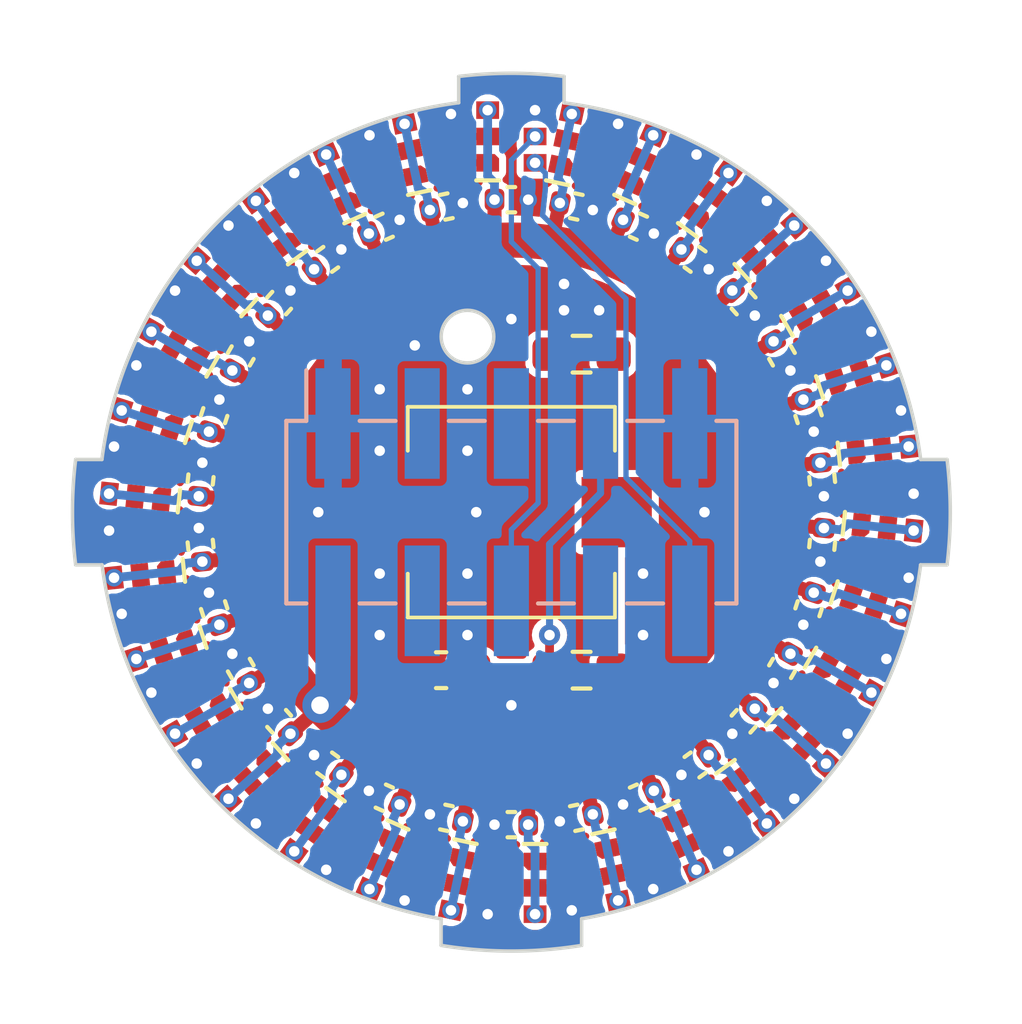
<source format=kicad_pcb>
(kicad_pcb (version 20221018) (generator pcbnew)
  (layers (0 "F.Cu" signal) (31 "B.Cu" signal) (34 "B.Paste" user) (35 "F.Paste" user) (36 "B.SilkS" user "B.Silkscreen") (37 "F.SilkS" user "F.Silkscreen") (38 "B.Mask" user) (39 "F.Mask" user) (44 "Edge.Cuts" user))
  (net 0 "")
  (net 1 "+5V")
  (net 2 "GND")
  (net 3 "Net-(D1-CKO)")
  (net 4 "Net-(D1-SDO)")
  (net 5 "Net-(D2-CKO)")
  (net 6 "Net-(D2-SDO)")
  (net 7 "Net-(D3-CKO)")
  (net 8 "Net-(D3-SDO)")
  (net 9 "Net-(D4-CKO)")
  (net 10 "Net-(D4-SDO)")
  (net 11 "Net-(D5-CKO)")
  (net 12 "Net-(D5-SDO)")
  (net 13 "Net-(D6-CKO)")
  (net 14 "Net-(D6-SDO)")
  (net 15 "Net-(D7-CKO)")
  (net 16 "Net-(D7-SDO)")
  (net 17 "Net-(D8-CKO)")
  (net 18 "Net-(D8-SDO)")
  (net 19 "Net-(D10-CKI)")
  (net 20 "Net-(D10-SDI)")
  (net 21 "Net-(D10-CKO)")
  (net 22 "Net-(D10-SDO)")
  (net 23 "Net-(D11-CKO)")
  (net 24 "Net-(D11-SDO)")
  (net 25 "Net-(D12-CKO)")
  (net 26 "Net-(D12-SDO)")
  (net 27 "Net-(D13-CKO)")
  (net 28 "Net-(D13-SDO)")
  (net 29 "Net-(D14-CKO)")
  (net 30 "Net-(D14-SDO)")
  (net 31 "Net-(D15-CKO)")
  (net 32 "Net-(D15-SDO)")
  (net 33 "Net-(D16-CKO)")
  (net 34 "Net-(D16-SDO)")
  (net 35 "Net-(D17-CKO)")
  (net 36 "Net-(D17-SDO)")
  (net 37 "/PB")
  (net 38 "/MOSI")
  (net 39 "/SCK")
  (net 40 "/SDA0")
  (net 41 "/SS")
  (net 42 "/SCL0")
  (net 43 "/MISO")
  (net 44 "Net-(R1-Pad2)")
  (net 45 "Net-(D18-CKO)")
  (net 46 "Net-(D18-SDO)")
  (net 47 "Net-(D19-CKO)")
  (net 48 "Net-(D19-SDO)")
  (net 49 "Net-(D20-CKO)")
  (net 50 "Net-(D20-SDO)")
  (net 51 "Net-(D21-CKO)")
  (net 52 "Net-(D21-SDO)")
  (net 53 "Net-(D22-CKO)")
  (net 54 "Net-(D22-SDO)")
  (net 55 "Net-(D23-CKO)")
  (net 56 "Net-(D23-SDO)")
  (net 57 "Net-(D24-CKO)")
  (net 58 "Net-(D24-SDO)")
  (net 59 "Net-(D25-CKO)")
  (net 60 "Net-(D25-SDO)")
  (net 61 "Net-(D26-CKO)")
  (net 62 "Net-(D26-SDO)")
  (net 63 "Net-(D27-CKO)")
  (net 64 "Net-(D27-SDO)")
  (net 65 "Net-(D28-CKO)")
  (net 66 "Net-(D28-SDO)")
  (net 67 "Net-(D29-CKO)")
  (net 68 "Net-(D29-SDO)")
  (footprint "Capacitor_SMD:C_0402_1005Metric" (layer "F.Cu") (at -1.850414 -8.705514 12)
    (fp_text reference "C2" hide)
    (fp_text value "100n")
  )
  (footprint "Capacitor_SMD:C_0402_1005Metric" (layer "F.Cu") (at 3.619956 8.130555 -156)
    (fp_text reference "C18" hide)
    (fp_text value "100n")
  )
  (footprint "project_lib:LED-HD107S-2020" (layer "F.Cu") (at 10.641384 -1.118455 -84)
    (fp_text reference "D24" hide)
    (fp_text value "APA102-2020")
  )
  (footprint "Capacitor_SMD:C_0402_1005Metric" (layer "F.Cu") (at 1.850414 8.705514 -168)
    (fp_text reference "C17" hide)
    (fp_text value "100n")
  )
  (footprint "project_lib:LED-HD107S-2020" (layer "F.Cu") (at 0 10.7 180)
    (fp_text reference "D16" hide)
    (fp_text value "APA102-2020")
  )
  (footprint "Capacitor_SMD:C_0402_1005Metric" (layer "F.Cu") (at -7.707626 -4.45 60)
    (fp_text reference "C6" hide)
    (fp_text value "100n")
  )
  (footprint "Capacitor_SMD:C_0402_1005Metric" (layer "F.Cu") (at -7.707626 4.45 120)
    (fp_text reference "C11" hide)
    (fp_text value "100n")
  )
  (footprint "Capacitor_SMD:C_0402_1005Metric" (layer "F.Cu") (at -8.464403 2.750251 108)
    (fp_text reference "C10" hide)
    (fp_text value "100n")
  )
  (footprint "project_lib:LED-HD107S-2020" (layer "F.Cu") (at -7.95165 -7.159697 48)
    (fp_text reference "D5" hide)
    (fp_text value "APA102-2020")
  )
  (footprint "Capacitor_SMD:C_0402_1005Metric" (layer "F.Cu") (at 5.231289 -7.200251 -36)
    (fp_text reference "C28" hide)
    (fp_text value "100n")
  )
  (footprint "Capacitor_SMD:C_0402_1005Metric" (layer "F.Cu") (at -5.231289 7.200251 144)
    (fp_text reference "C13" hide)
    (fp_text value "100n")
  )
  (footprint "project_lib:LED-HD107S-2020" (layer "F.Cu") (at -9.266472 5.35 120)
    (fp_text reference "D11" hide)
    (fp_text value "APA102-2020")
  )
  (footprint "project_lib:LED-HD107S-2020" (layer "F.Cu") (at 4.352082 -9.774936 -24)
    (fp_text reference "D29" hide)
    (fp_text value "APA102-2020")
  )
  (footprint "Capacitor_SMD:C_0402_1005Metric" (layer "F.Cu") (at -8.851245 0.930303 96)
    (fp_text reference "C9" hide)
    (fp_text value "100n")
  )
  (footprint "project_lib:LED-HD107S-2020" (layer "F.Cu") (at 7.95165 -7.159697 -48)
    (fp_text reference "D27" hide)
    (fp_text value "APA102-2020")
  )
  (footprint "project_lib:LED-HD107S-2020" (layer "F.Cu") (at -2.224655 -10.466179 12)
    (fp_text reference "D2" hide)
    (fp_text value "APA102-2020")
  )
  (footprint "Resistor_SMD:R_0603_1608Metric_Pad0.98x0.95mm_HandSolder" (layer "F.Cu") (at 2 -4.5)
    (fp_text reference "R1" hide)
    (fp_text value "R")
  )
  (footprint "project_lib:LED-HD107S-2020" (layer "F.Cu") (at -4.352082 9.774936 156)
    (fp_text reference "D14" hide)
    (fp_text value "APA102-2020")
  )
  (footprint "project_lib:LED-HD107S-2020" (layer "F.Cu") (at -9.266472 -5.35 60)
    (fp_text reference "D6" hide)
    (fp_text value "APA102-2020")
  )
  (footprint "Capacitor_SMD:C_0402_1005Metric" (layer "F.Cu") (at 0 8.9 180)
    (fp_text reference "C16" hide)
    (fp_text value "100n")
  )
  (footprint "project_lib:LED-HD107S-2020" (layer "F.Cu") (at -2.224655 10.466179 168)
    (fp_text reference "D15" hide)
    (fp_text value "APA102-2020")
  )
  (footprint "Capacitor_SMD:C_0402_1005Metric" (layer "F.Cu") (at 5.231289 7.200251 -144)
    (fp_text reference "C19" hide)
    (fp_text value "100n")
  )
  (footprint "Capacitor_SMD:C_0402_1005Metric" (layer "F.Cu") (at -8.851245 -0.930303 84)
    (fp_text reference "C8" hide)
    (fp_text value "100n")
  )
  (footprint "Capacitor_SMD:C_0402_1005Metric" (layer "F.Cu") (at 8.851245 -0.930303 -84)
    (fp_text reference "C24" hide)
    (fp_text value "100n")
  )
  (footprint "Capacitor_SMD:C_0603_1608Metric_Pad1.08x0.95mm_HandSolder" (layer "F.Cu") (at -2 4.5 180)
    (fp_text reference "C31" hide)
    (fp_text value "C")
  )
  (footprint "Capacitor_SMD:C_0402_1005Metric" (layer "F.Cu") (at -1.850414 8.705514 168)
    (fp_text reference "C15" hide)
    (fp_text value "100n")
  )
  (footprint "project_lib:LED-HD107S-2020" (layer "F.Cu") (at 6.289302 8.656482 -144)
    (fp_text reference "D19" hide)
    (fp_text value "APA102-2020")
  )
  (footprint "project_lib:LED-HD107S-2020" (layer "F.Cu") (at -10.641384 -1.118455 84)
    (fp_text reference "D8" hide)
    (fp_text value "APA102-2020")
  )
  (footprint "Capacitor_SMD:C_0402_1005Metric" (layer "F.Cu") (at 3.619956 -8.130555 -24)
    (fp_text reference "C29" hide)
    (fp_text value "100n")
  )
  (footprint "project_lib:LED-HD107S-2020" (layer "F.Cu") (at 6.289302 -8.656482 -36)
    (fp_text reference "D28" hide)
    (fp_text value "APA102-2020")
  )
  (footprint "project_lib:LED-HD107S-2020" (layer "F.Cu") (at 10.176305 3.306482 -108)
    (fp_text reference "D22" hide)
    (fp_text value "APA102-2020")
  )
  (footprint "Capacitor_SMD:C_0402_1005Metric" (layer "F.Cu") (at -8.464403 -2.750251 72)
    (fp_text reference "C7" hide)
    (fp_text value "100n")
  )
  (footprint "project_lib:LED-HD107S-2020" (layer "F.Cu") (at 2.224655 -10.466179 -12)
    (fp_text reference "D30" hide)
    (fp_text value "APA102-2020")
  )
  (footprint "project_lib:LED-HD107S-2020" (layer "F.Cu") (at -7.95165 7.159697 132)
    (fp_text reference "D12" hide)
    (fp_text value "APA102-2020")
  )
  (footprint "project_lib:LED-HD107S-2020" (layer "F.Cu") (at -10.176305 -3.306482 72)
    (fp_text reference "D7" hide)
    (fp_text value "APA102-2020")
  )
  (footprint "Resistor_SMD:R_0603_1608Metric_Pad0.98x0.95mm_HandSolder" (layer "F.Cu") (at 2 4.5 180)
    (fp_text reference "R2" hide)
    (fp_text value "R")
  )
  (footprint "project_lib:SKPSACE010" (layer "F.Cu") (at 0 0)
    (fp_text reference "SW1" hide)
    (fp_text value "SW_Push" hide)
  )
  (footprint "project_lib:LED-HD107S-2020" (layer "F.Cu") (at 4.352082 9.774936 -156)
    (fp_text reference "D18" hide)
    (fp_text value "APA102-2020")
  )
  (footprint "project_lib:LED-HD107S-2020" (layer "F.Cu") (at 10.176305 -3.306482 -72)
    (fp_text reference "D25" hide)
    (fp_text value "APA102-2020")
  )
  (footprint "Capacitor_SMD:C_0402_1005Metric" (layer "F.Cu") (at -6.613989 -5.955262 48)
    (fp_text reference "C5" hide)
    (fp_text value "100n")
  )
  (footprint "project_lib:LED-HD107S-2020" (layer "F.Cu") (at -10.641384 1.118455 96)
    (fp_text reference "D9" hide)
    (fp_text value "APA102-2020")
  )
  (footprint "Capacitor_SMD:C_0402_1005Metric" (layer "F.Cu") (at 7.707626 -4.45 -60)
    (fp_text reference "C26" hide)
    (fp_text value "100n")
  )
  (footprint "Capacitor_SMD:C_0402_1005Metric" (layer "F.Cu") (at -3.619956 -8.130555 24)
    (fp_text reference "C3" hide)
    (fp_text value "100n")
  )
  (footprint "Capacitor_SMD:C_0402_1005Metric" (layer "F.Cu") (at 8.464403 2.750251 -108)
    (fp_text reference "C22" hide)
    (fp_text value "100n")
  )
  (footprint "project_lib:LED-HD107S-2020" (layer "F.Cu") (at 9.266472 -5.35 -60)
    (fp_text reference "D26" hide)
    (fp_text value "APA102-2020")
  )
  (footprint "Capacitor_SMD:C_0402_1005Metric" (layer "F.Cu") (at -3.619956 8.130555 156)
    (fp_text reference "C14" hide)
    (fp_text value "100n")
  )
  (footprint "Capacitor_SMD:C_0402_1005Metric" (layer "F.Cu") (at 6.613989 -5.955262 -48)
    (fp_text reference "C27" hide)
    (fp_text value "100n")
  )
  (footprint "Capacitor_SMD:C_0402_1005Metric" (layer "F.Cu") (at 0 -8.9)
    (fp_text reference "C1" hide)
    (fp_text value "100n")
  )
  (footprint "Capacitor_SMD:C_0402_1005Metric" (layer "F.Cu") (at -5.231289 -7.200251 36)
    (fp_text reference "C4" hide)
    (fp_text value "100n")
  )
  (footprint "Capacitor_SMD:C_0402_1005Metric" (layer "F.Cu") (at 8.851245 0.930303 -96)
    (fp_text reference "C23" hide)
    (fp_text value "100n")
  )
  (footprint "project_lib:LED-HD107S-2020" (layer "F.Cu") (at 2.224655 10.466179 -168)
    (fp_text reference "D17" hide)
    (fp_text value "APA102-2020")
  )
  (footprint "project_lib:LED-HD107S-2020" (layer "F.Cu") (at -6.289302 -8.656482 36)
    (fp_text reference "D4" hide)
    (fp_text value "APA102-2020")
  )
  (footprint "project_lib:LED-HD107S-2020" (layer "F.Cu") (at 10.641384 1.118455 -96)
    (fp_text reference "D23" hide)
    (fp_text value "APA102-2020")
  )
  (footprint "project_lib:LED-HD107S-2020" (layer "F.Cu") (at 7.95165 7.159697 -132)
    (fp_text reference "D20" hide)
    (fp_text value "APA102-2020")
  )
  (footprint "project_lib:LED-HD107S-2020" (layer "F.Cu") (at 0 -10.7)
    (fp_text reference "D1" hide)
    (fp_text value "APA102-2020")
  )
  (footprint "project_lib:LED-HD107S-2020" (layer "F.Cu") (at -4.352082 -9.774936 24)
    (fp_text reference "D3" hide)
    (fp_text value "APA102-2020")
  )
  (footprint "Capacitor_SMD:C_0402_1005Metric" (layer "F.Cu") (at -6.613989 5.955262 132)
    (fp_text reference "C12" hide)
    (fp_text value "100n")
  )
  (footprint "project_lib:LED-HD107S-2020" (layer "F.Cu") (at -6.289302 8.656482 144)
    (fp_text reference "D13" hide)
    (fp_text value "APA102-2020")
  )
  (footprint "project_lib:LED-HD107S-2020" (layer "F.Cu") (at -10.176305 3.306482 108)
    (fp_text reference "D10" hide)
    (fp_text value "APA102-2020")
  )
  (footprint "project_lib:LED-HD107S-2020" (layer "F.Cu") (at 9.266472 5.35 -120)
    (fp_text reference "D21" hide)
    (fp_text value "APA102-2020")
  )
  (footprint "Capacitor_SMD:C_0402_1005Metric" (layer "F.Cu") (at 7.707626 4.45 -120)
    (fp_text reference "C21" hide)
    (fp_text value "100n")
  )
  (footprint "Capacitor_SMD:C_0402_1005Metric" (layer "F.Cu") (at 6.613989 5.955262 -132)
    (fp_text reference "C20" hide)
    (fp_text value "100n")
  )
  (footprint "Capacitor_SMD:C_0402_1005Metric" (layer "F.Cu") (at 8.464403 -2.750251 -72)
    (fp_text reference "C25" hide)
    (fp_text value "100n")
  )
  (footprint "Capacitor_SMD:C_0402_1005Metric" (layer "F.Cu") (at 1.850414 -8.705514 -12)
    (fp_text reference "C30" hide)
    (fp_text value "100n")
  )
  (footprint "Connector_PinHeader_2.54mm:PinHeader_2x05_P2.54mm_Vertical_SMD" (layer "B.Cu") (at 0 0 -90)
    (fp_text reference "J1" hide)
    (fp_text value "Conn_02x05_Odd_Even")
  )
  (gr_arc (start 9.772319 -2.123754) (mid 9.783904 -2.07964) (end 9.790965 -2.03458) (stroke (width 0.2)) (layer "F.Cu"))
  (gr_line (start 1.380903 -8.805311) (end 1.141805 -7.680441) (stroke (width 0.4)) (layer "F.Cu"))
  (gr_arc (start 4.960701 -8.683318) (mid 5.001236 -8.662409) (end 5.039446 -8.637505) (stroke (width 0.2)) (layer "F.Cu"))
  (gr_line (start 8.612731 2.293744) (end 7.519016 1.938374) (stroke (width 0.4)) (layer "F.Cu"))
  (gr_arc (start 5.480467 9.244519) (mid 5.37625 9.311922) (end 5.265628 9.3682) (stroke (width 0.2)) (layer "F.Cu"))
  (gr_line (start 8.801071 -1.407674) (end 7.657371 -1.287466) (stroke (width 0.4)) (layer "F.Cu"))
  (gr_line (start -7.947626 -4.034308) (end -6.951697 -3.459308) (stroke (width 0.4)) (layer "F.Cu"))
  (gr_arc (start 8.76674 6.216182) (mid 8.698948 6.320147) (end 8.62078 6.416553) (stroke (width 0.2)) (layer "F.Cu"))
  (gr_line (start 8.901419 0.452933) (end 7.757719 0.332725) (stroke (width 0.4)) (layer "F.Cu"))
  (gr_line (start -6.935172 -5.598553) (end -6.080555 -4.829053) (stroke (width 0.4)) (layer "F.Cu"))
  (gr_arc (start 7.098502 -8.068948) (mid 7.194811 -7.99066) (end 7.282519 -7.902843) (stroke (width 0.2)) (layer "F.Cu"))
  (gr_arc (start -8.621011 6.416759) (mid -8.698939 6.320158) (end -8.766471 6.216025) (stroke (width 0.2)) (layer "F.Cu"))
  (gr_line (start 6.292806 -6.311972) (end 5.438189 -5.542472) (stroke (width 0.4)) (layer "F.Cu"))
  (gr_arc (start -7.098502 8.068948) (mid -7.194811 7.99066) (end -7.282519 7.902843) (stroke (width 0.2)) (layer "F.Cu"))
  (gr_arc (start -6.725385 -7.401199) (mid -6.692973 -7.433289) (end -6.65748 -7.461934) (stroke (width 0.2)) (layer "F.Cu"))
  (gr_arc (start 6.725385 7.401199) (mid 6.692973 7.433289) (end 6.65748 7.461934) (stroke (width 0.2)) (layer "F.Cu"))
  (gr_line (start -4.058458 -7.935321) (end -3.590711 -6.884744) (stroke (width 0.4)) (layer "F.Cu"))
  (gr_arc (start -3.438662 -10.181958) (mid -3.322708 -10.22622) (end -3.202803 -10.258268) (stroke (width 0.2)) (layer "F.Cu"))
  (gr_arc (start -7.282749 -7.903051) (mid -7.194823 -7.990649) (end -7.098319 -8.068696) (stroke (width 0.2)) (layer "F.Cu"))
  (gr_arc (start 8.063648 -5.914906) (mid 8.092174 -5.879318) (end 8.116952 -5.841025) (stroke (width 0.2)) (layer "F.Cu"))
  (gr_arc (start 5.265755 -9.368483) (mid 5.376236 -9.31193) (end 5.480285 -9.244267) (stroke (width 0.2)) (layer "F.Cu"))
  (gr_line (start -8.901419 -0.452933) (end -7.757719 -0.332725) (stroke (width 0.4)) (layer "F.Cu"))
  (gr_arc (start -5.265755 9.368483) (mid -5.376236 9.31193) (end -5.480285 9.244267) (stroke (width 0.2)) (layer "F.Cu"))
  (gr_line (start 7.467626 -4.865692) (end 6.471697 -4.290692) (stroke (width 0.4)) (layer "F.Cu"))
  (gr_line (start -6.292806 6.311972) (end -5.438189 5.542472) (stroke (width 0.4)) (layer "F.Cu"))
  (gr_arc (start 10.000323 -0.045566) (mid 10.002483 -0.000007) (end 10.000021 0.045537) (stroke (width 0.2)) (layer "F.Cu"))
  (gr_arc (start -1.000001 9.950304) (mid -1.045536 9.94769) (end -1.090573 9.94048) (stroke (width 0.2)) (layer "F.Cu"))
  (gr_arc (start 1.246571 10.674395) (mid 1.123948 10.693582) (end 1 10.7) (stroke (width 0.2)) (layer "F.Cu"))
  (gr_arc (start 6.65766 -7.462179) (mid 6.692962 -7.4333) (end 6.72516 -7.400995) (stroke (width 0.2)) (layer "F.Cu"))
  (gr_line (start -8.801071 1.407674) (end -7.657371 1.287466) (stroke (width 0.4)) (layer "F.Cu"))
  (gr_arc (start -10.485618 2.35552) (mid -10.517517 2.235575) (end -10.536856 2.112976) (stroke (width 0.2)) (layer "F.Cu"))
  (gr_arc (start -9.791267 -2.034614) (mid -9.783908 -2.079627) (end -9.772029 -2.123663) (stroke (width 0.2)) (layer "F.Cu"))
  (gr_line (start -8.316075 3.206758) (end -7.22236 2.851388) (stroke (width 0.4)) (layer "F.Cu"))
  (gr_line (start 7.947626 4.034308) (end 6.951697 3.459308) (stroke (width 0.4)) (layer "F.Cu"))
  (gr_arc (start -3.133606 -9.496793) (mid -3.090945 -9.512926) (end -3.046869 -9.524657) (stroke (width 0.2)) (layer "F.Cu"))
  (gr_line (start -5.619617 -6.918114) (end -4.943664 -5.987744) (stroke (width 0.4)) (layer "F.Cu"))
  (gr_arc (start -1.246571 -10.674395) (mid -1.123948 -10.693582) (end -1 -10.7) (stroke (width 0.2)) (layer "F.Cu"))
  (gr_arc (start 5.039624 8.637751) (mid 5.001249 8.662401) (end 4.960575 8.68304) (stroke (width 0.2)) (layer "F.Cu"))
  (gr_arc (start 3.046934 -9.524953) (mid 3.090931 -9.512929) (end 3.133484 -9.496513) (stroke (width 0.2)) (layer "F.Cu"))
  (gr_line (start 8.316075 -3.206758) (end 7.22236 -2.851388) (stroke (width 0.4)) (layer "F.Cu"))
  (gr_line (start -8.612731 -2.293744) (end -7.519016 -1.938374) (stroke (width 0.4)) (layer "F.Cu"))
  (gr_line (start -7.467626 4.865692) (end -6.471697 4.290692) (stroke (width 0.4)) (layer "F.Cu"))
  (gr_circle (center 0 0) (end 7.75 0) (stroke (width 1)) (fill none) (layer "F.Cu"))
  (gr_arc (start -9.154283 -4.025872) (mid -9.137726 -4.068371) (end -9.116952 -4.108975) (stroke (width 0.2)) (layer "F.Cu"))
  (gr_line (start -0.48 -8.9) (end -0.48 -7.75) (stroke (width 0.4)) (layer "F.Cu"))
  (gr_line (start 0.48 8.9) (end 0.48 7.75) (stroke (width 0.4)) (layer "F.Cu"))
  (gr_arc (start 3.133606 9.496793) (mid 3.090945 9.512926) (end 3.046869 9.524657) (stroke (width 0.2)) (layer "F.Cu"))
  (gr_arc (start 9.154283 4.025872) (mid 9.137726 4.068371) (end 9.116952 4.108975) (stroke (width 0.2)) (layer "F.Cu"))
  (gr_arc (start -10.746221 0.123964) (mid -10.752485 0.000007) (end -10.745912 -0.123933) (stroke (width 0.2)) (layer "F.Cu"))
  (gr_arc (start 8.621011 -6.416759) (mid 8.698939 -6.320158) (end 8.766471 -6.216025) (stroke (width 0.2)) (layer "F.Cu"))
  (gr_arc (start -1.000001 10.700311) (mid -1.123933 10.693584) (end -1.246507 10.674091) (stroke (width 0.2)) (layer "F.Cu"))
  (gr_arc (start -9.867582 -4.257636) (mid -9.822887 -4.373424) (end -9.766471 -4.483975) (stroke (width 0.2)) (layer "F.Cu"))
  (gr_arc (start 9.791267 2.034614) (mid 9.783908 2.079627) (end 9.772029 2.123663) (stroke (width 0.2)) (layer "F.Cu"))
  (gr_arc (start -6.65766 7.462179) (mid -6.692962 7.4333) (end -6.72516 7.400995) (stroke (width 0.2)) (layer "F.Cu"))
  (gr_arc (start -4.960701 8.683318) (mid -5.001236 8.662409) (end -5.039446 8.637505) (stroke (width 0.2)) (layer "F.Cu"))
  (gr_arc (start 9.867582 4.257636) (mid 9.822887 4.373424) (end 9.766471 4.483975) (stroke (width 0.2)) (layer "F.Cu"))
  (gr_line (start -2.319925 -8.605716) (end -2.080827 -7.480846) (stroke (width 0.4)) (layer "F.Cu"))
  (gr_arc (start 10.485618 -2.35552) (mid 10.517517 -2.235575) (end 10.536856 -2.112976) (stroke (width 0.2)) (layer "F.Cu"))
  (gr_arc (start -9.766741 4.484129) (mid -9.822881 4.373437) (end -9.867288 4.257538) (stroke (width 0.2)) (layer "F.Cu"))
  (gr_line (start 2.319925 8.605716) (end 2.080827 7.480846) (stroke (width 0.4)) (layer "F.Cu"))
  (gr_arc (start -8.063648 5.914906) (mid -8.092174 5.879318) (end -8.116952 5.841025) (stroke (width 0.2)) (layer "F.Cu"))
  (gr_line (start -1.380903 8.805311) (end -1.141805 7.680441) (stroke (width 0.4)) (layer "F.Cu"))
  (gr_arc (start 7.282749 7.903051) (mid 7.194823 7.990649) (end 7.098319 8.068696) (stroke (width 0.2)) (layer "F.Cu"))
  (gr_arc (start -10.537165 -2.11301) (mid -10.51752 -2.23556) (end -10.485322 -2.355425) (stroke (width 0.2)) (layer "F.Cu"))
  (gr_arc (start 9.766741 -4.484129) (mid 9.822881 -4.373437) (end 9.867288 -4.257538) (stroke (width 0.2)) (layer "F.Cu"))
  (gr_line (start 5.619617 6.918114) (end 4.943664 5.987744) (stroke (width 0.4)) (layer "F.Cu"))
  (gr_line (start 4.058458 7.935321) (end 3.590711 6.884744) (stroke (width 0.4)) (layer "F.Cu"))
  (gr_line (start -4.842961 7.482388) (end -4.167008 6.552018) (stroke (width 0.4)) (layer "F.Cu"))
  (gr_arc (start -5.480467 -9.244519) (mid -5.37625 -9.311922) (end -5.265628 -9.3682) (stroke (width 0.2)) (layer "F.Cu"))
  (gr_arc (start 3.438662 10.181958) (mid 3.322708 10.22622) (end 3.202803 10.258268) (stroke (width 0.2)) (layer "F.Cu"))
  (gr_arc (start 10.537165 2.11301) (mid 10.51752 2.23556) (end 10.485322 2.355425) (stroke (width 0.2)) (layer "F.Cu"))
  (gr_arc (start -9.117217 4.109125) (mid -9.137721 4.068384) (end -9.153995 4.025776) (stroke (width 0.2)) (layer "F.Cu"))
  (gr_arc (start -8.117215 -5.841179) (mid -8.092184 -5.879307) (end -8.063421 -5.914705) (stroke (width 0.2)) (layer "F.Cu"))
  (gr_arc (start -1.090635 -9.940778) (mid -1.045551 -9.947689) (end -1 -9.95) (stroke (width 0.2)) (layer "F.Cu"))
  (gr_arc (start -10.000323 0.045566) (mid -10.002483 0.000007) (end -10.000021 -0.045537) (stroke (width 0.2)) (layer "F.Cu"))
  (gr_line (start 3.181454 -8.325788) (end 2.713707 -7.275211) (stroke (width 0.4)) (layer "F.Cu"))
  (gr_line (start -3.181454 8.325788) (end -2.713707 7.275211) (stroke (width 0.4)) (layer "F.Cu"))
  (gr_arc (start 10.746221 -0.123964) (mid 10.752485 -0.000007) (end 10.745912 0.123933) (stroke (width 0.2)) (layer "F.Cu"))
  (gr_arc (start 3.202869 -10.258571) (mid 3.322694 -10.226224) (end 3.438537 -10.181673) (stroke (width 0.2)) (layer "F.Cu"))
  (gr_arc (start -3.046934 9.524953) (mid -3.090931 9.512929) (end -3.133484 9.496513) (stroke (width 0.2)) (layer "F.Cu"))
  (gr_arc (start 9.117217 -4.109125) (mid 9.137721 -4.068384) (end 9.153995 -4.025776) (stroke (width 0.2)) (layer "F.Cu"))
  (gr_line (start 6.935172 5.598553) (end 6.080555 4.829053) (stroke (width 0.4)) (layer "F.Cu"))
  (gr_line (start 4.842961 -7.482388) (end 4.167008 -6.552018) (stroke (width 0.4)) (layer "F.Cu"))
  (gr_arc (start -5.039624 -8.637751) (mid -5.001249 -8.662401) (end -4.960575 -8.68304) (stroke (width 0.2)) (layer "F.Cu"))
  (gr_arc (start 1.090635 9.940778) (mid 1.045551 9.947689) (end 1 9.95) (stroke (width 0.2)) (layer "F.Cu"))
  (gr_arc (start -9.772319 2.123754) (mid -9.783904 2.07964) (end -9.790965 2.03458) (stroke (width 0.2)) (layer "F.Cu"))
  (gr_arc (start -8.76674 -6.216182) (mid -8.698948 -6.320147) (end -8.62078 -6.416553) (stroke (width 0.2)) (layer "F.Cu"))
  (gr_arc (start -3.202869 10.258571) (mid -3.322694 10.226224) (end -3.438537 10.181673) (stroke (width 0.2)) (layer "F.Cu"))
  (gr_arc (start 8.117215 5.841179) (mid 8.092184 5.879307) (end 8.063421 5.914705) (stroke (width 0.2)) (layer "F.Cu"))
  (gr_line (start 0.968195 -9.211759) (end 0.888492 -8.453436) (stroke (width 0.15)) (layer "B.Cu"))
  (gr_line (start 12.409728 1.499698) (end 11.655639 1.5) (stroke (width 0.1)) (layer "Edge.Cuts"))
  (gr_circle (center -1.25 -5) (end -2 -5) (stroke (width 0.1)) (fill none) (layer "Edge.Cuts"))
  (gr_arc (start -1.5 -12.40971) (mid -0.000075 -12.500036) (end 1.499851 -12.409728) (stroke (width 0.1)) (layer "Edge.Cuts"))
  (gr_arc (start -12.409725 1.500004) (mid -12.500051 0.000002) (end -12.409726 -1.5) (stroke (width 0.1)) (layer "Edge.Cuts"))
  (gr_arc (start 1.999999 12.338933) (mid -0.000001 12.500008) (end -1.999999 12.338924) (stroke (width 0.1)) (layer "Edge.Cuts"))
  (gr_line (start -1.5 -12.40971) (end -1.5 -11.6615) (stroke (width 0.1)) (layer "Edge.Cuts"))
  (gr_arc (start -2.00001 11.582527) (mid -8.488137 8.13059) (end -11.657828 1.5) (stroke (width 0.1)) (layer "Edge.Cuts"))
  (gr_arc (start -11.661476 -1.500183) (mid -8.313796 -8.313926) (end -1.5 -11.661499) (stroke (width 0.1)) (layer "Edge.Cuts"))
  (gr_line (start 1.999999 12.338933) (end 2.000261 11.580279) (stroke (width 0.1)) (layer "Edge.Cuts"))
  (gr_line (start -11.657828 1.5) (end -12.409692 1.5) (stroke (width 0.1)) (layer "Edge.Cuts"))
  (gr_arc (start 1.500191 -11.657632) (mid 8.311234 -8.311098) (end 11.657657 -1.5) (stroke (width 0.1)) (layer "Edge.Cuts"))
  (gr_arc (start 11.655639 1.5) (mid 8.48669 8.128961) (end 2.000261 11.580279) (stroke (width 0.1)) (layer "Edge.Cuts"))
  (gr_line (start 12.409692 -1.5) (end 11.657657 -1.5) (stroke (width 0.1)) (layer "Edge.Cuts"))
  (gr_line (start -11.661477 -1.500183) (end -12.409728 -1.5) (stroke (width 0.1)) (layer "Edge.Cuts"))
  (gr_arc (start 12.409692 -1.5) (mid 12.500018 -0.000152) (end 12.409728 1.499698) (stroke (width 0.1)) (layer "Edge.Cuts"))
  (gr_line (start 1.500191 -11.657632) (end 1.499851 -12.409728) (stroke (width 0.1)) (layer "Edge.Cuts"))
  (gr_line (start -1.999999 12.338924) (end -2.00001 11.582527) (stroke (width 0.1)) (layer "Edge.Cuts"))
  (via (at -6.292806 6.311972) (size 0.5) (drill 0.3) (layers "F.Cu" "B.Cu") (net 1))
  (via (at -8.057345 8.163168) (size 0.5) (drill 0.3) (layers "F.Cu" "B.Cu") (net 1))
  (via (at -3.181454 8.325788) (size 0.5) (drill 0.3) (layers "F.Cu" "B.Cu") (net 1))
  (via (at -5.45 5.5) (size 1) (drill 0.5) (layers "F.Cu" "B.Cu") (net 1))
  (via (at 7.276228 8.86649) (size 0.5) (drill 0.3) (layers "F.Cu" "B.Cu") (net 1))
  (via (at -8.316075 3.206758) (size 0.5) (drill 0.3) (layers "F.Cu" "B.Cu") (net 1))
  (via (at -2.319925 -8.605716) (size 0.5) (drill 0.3) (layers "F.Cu" "B.Cu") (net 1))
  (via (at 2.319925 8.605716) (size 0.5) (drill 0.3) (layers "F.Cu" "B.Cu") (net 1))
  (via (at -9.578491 6.309567) (size 0.5) (drill 0.3) (layers "F.Cu" "B.Cu") (net 1))
  (via (at 8.612731 2.293744) (size 0.5) (drill 0.3) (layers "F.Cu" "B.Cu") (net 1))
  (via (at 9.578491 -6.309567) (size 0.5) (drill 0.3) (layers "F.Cu" "B.Cu") (net 1))
  (via (at -4.040491 10.734643) (size 0.5) (drill 0.3) (layers "F.Cu" "B.Cu") (net 1))
  (via (at 0.48 8.9) (size 0.5) (drill 0.3) (layers "F.Cu" "B.Cu") (net 1))
  (via (at 0.675 11.45) (size 0.5) (drill 0.3) (layers "F.Cu" "B.Cu") (net 1))
  (via (at -1.380903 8.805311) (size 0.5) (drill 0.3) (layers "F.Cu" "B.Cu") (net 1))
  (via (at -11.098184 -2.896281) (size 0.5) (drill 0.3) (layers "F.Cu" "B.Cu") (net 1))
  (via (at 1.720339 -11.34013) (size 0.5) (drill 0.3) (layers "F.Cu" "B.Cu") (net 1))
  (via (at 8.960671 7.159923) (size 0.5) (drill 0.3) (layers "F.Cu" "B.Cu") (net 1))
  (via (at -10.681011 4.180208) (size 0.5) (drill 0.3) (layers "F.Cu" "B.Cu") (net 1))
  (via (at 10.253491 5.140433) (size 0.5) (drill 0.3) (layers "F.Cu" "B.Cu") (net 1))
  (via (at -7.467626 4.865692) (size 0.5) (drill 0.3) (layers "F.Cu" "B.Cu") (net 1))
  (via (at 4.842961 -7.482388) (size 0.5) (drill 0.3) (layers "F.Cu" "B.Cu") (net 1))
  (via (at 11.457832 0.525549) (size 0.5) (drill 0.3) (layers "F.Cu" "B.Cu") (net 1))
  (via (at 3.181454 -8.325788) (size 0.5) (drill 0.3) (layers "F.Cu" "B.Cu") (net 1))
  (via (at 8.901419 0.452933) (size 0.5) (drill 0.3) (layers "F.Cu" "B.Cu") (net 1))
  (via (at -8.960671 -7.159923) (size 0.5) (drill 0.3) (layers "F.Cu" "B.Cu") (net 1))
  (via (at -8.801071 1.407674) (size 0.5) (drill 0.3) (layers "F.Cu" "B.Cu") (net 1))
  (via (at -7.947626 -4.034308) (size 0.5) (drill 0.3) (layers "F.Cu" "B.Cu") (net 1))
  (via (at 4.040491 -10.734643) (size 0.5) (drill 0.3) (layers "F.Cu" "B.Cu") (net 1))
  (via (at -11.457832 -0.525549) (size 0.5) (drill 0.3) (layers "F.Cu" "B.Cu") (net 1))
  (via (at 1.380903 -8.805311) (size 0.5) (drill 0.3) (layers "F.Cu" "B.Cu") (net 1))
  (via (at -4.058458 -7.935321) (size 0.5) (drill 0.3) (layers "F.Cu" "B.Cu") (net 1))
  (via (at -8.612731 -2.293744) (size 0.5) (drill 0.3) (layers "F.Cu" "B.Cu") (net 1))
  (via (at 8.801071 -1.407674) (size 0.5) (drill 0.3) (layers "F.Cu" "B.Cu") (net 1))
  (via (at -0.48 -8.9) (size 0.5) (drill 0.3) (layers "F.Cu" "B.Cu") (net 1))
  (via (at 8.316075 -3.206758) (size 0.5) (drill 0.3) (layers "F.Cu" "B.Cu") (net 1))
  (via (at -5.273778 -10.185548) (size 0.5) (drill 0.3) (layers "F.Cu" "B.Cu") (net 1))
  (via (at -0.675 -11.45) (size 0.5) (drill 0.3) (layers "F.Cu" "B.Cu") (net 1))
  (via (at -7.276228 -8.86649) (size 0.5) (drill 0.3) (layers "F.Cu" "B.Cu") (net 1))
  (via (at 5.273778 10.185548) (size 0.5) (drill 0.3) (layers "F.Cu" "B.Cu") (net 1))
  (via (at -8.901419 -0.452933) (size 0.5) (drill 0.3) (layers "F.Cu" "B.Cu") (net 1))
  (via (at -11.316719 1.868153) (size 0.5) (drill 0.3) (layers "F.Cu" "B.Cu") (net 1))
  (via (at -6.935172 -5.598553) (size 0.5) (drill 0.3) (layers "F.Cu" "B.Cu") (net 1))
  (via (at 6.184055 -9.66) (size 0.5) (drill 0.3) (layers "F.Cu" "B.Cu") (net 1))
  (via (at 4.058458 7.935321) (size 0.5) (drill 0.3) (layers "F.Cu" "B.Cu") (net 1))
  (via (at -5.619617 -6.918114) (size 0.5) (drill 0.3) (layers "F.Cu" "B.Cu") (net 1))
  (via (at -4.842961 7.482388) (size 0.5) (drill 0.3) (layers "F.Cu" "B.Cu") (net 1))
  (via (at 11.098184 2.896281) (size 0.5) (drill 0.3) (layers "F.Cu" "B.Cu") (net 1))
  (via (at 5.619617 6.918114) (size 0.5) (drill 0.3) (layers "F.Cu" "B.Cu") (net 1))
  (via (at 10.681011 -4.180208) (size 0.5) (drill 0.3) (layers "F.Cu" "B.Cu") (net 1))
  (via (at 6.292806 -6.311972) (size 0.5) (drill 0.3) (layers "F.Cu" "B.Cu") (net 1))
  (via (at -3.040838 -11.05945) (size 0.5) (drill 0.3) (layers "F.Cu" "B.Cu") (net 1))
  (via (at -1.720339 11.34013) (size 0.5) (drill 0.3) (layers "F.Cu" "B.Cu") (net 1))
  (via (at 11.316719 -1.868153) (size 0.5) (drill 0.3) (layers "F.Cu" "B.Cu") (net 1))
  (via (at 7.467626 -4.865692) (size 0.5) (drill 0.3) (layers "F.Cu" "B.Cu") (net 1))
  (via (at -6.184055 9.66) (size 0.5) (drill 0.3) (layers "F.Cu" "B.Cu") (net 1))
  (via (at 6.935172 5.598553) (size 0.5) (drill 0.3) (layers "F.Cu" "B.Cu") (net 1))
  (via (at 8.057345 -8.163168) (size 0.5) (drill 0.3) (layers "F.Cu" "B.Cu") (net 1))
  (via (at 3.040838 11.05945) (size 0.5) (drill 0.3) (layers "F.Cu" "B.Cu") (net 1))
  (via (at 7.947626 4.034308) (size 0.5) (drill 0.3) (layers "F.Cu" "B.Cu") (net 1))
  (via (at -10.253491 -5.140433) (size 0.5) (drill 0.3) (layers "F.Cu" "B.Cu") (net 1))
  (segment (start -0.48 -9.38) (end -0.48 -8.9) (width 0.25) (layer "B.Cu") (net 1))
  (segment (start -8.89778 3.600801) (end -8.772582 3.355087) (width 0.25) (layer "B.Cu") (net 1))
  (segment (start -5.901754 -7.306442) (end -5.619617 -6.918114) (width 0.25) (layer "B.Cu") (net 1))
  (segment (start 1.330505 -9.506104) (end 1.480701 -9.274822) (width 0.25) (layer "B.Cu") (net 1))
  (segment (start -8.057345 8.163168) (end -6.663948 6.908548) (width 0.25) (layer "B.Cu") (net 1))
  (segment (start 10.681011 -4.180208) (end 8.89778 -3.600801) (width 0.25) (layer "B.Cu") (net 1))
  (segment (start 0.675 11.45) (end 0.675 9.575) (width 0.25) (layer "B.Cu") (net 1))
  (segment (start -9.314953 -2.316875) (end -9.069239 -2.442073) (width 0.25) (layer "B.Cu") (net 1))
  (segment (start 10.253491 5.140433) (end 8.629693 4.202933) (width 0.25) (layer "B.Cu") (net 1))
  (segment (start -2.419723 -9.075227) (end -2.319925 -8.605716) (width 0.25) (layer "B.Cu") (net 1))
  (segment (start -9.278442 1.457847) (end -8.801071 1.407673) (width 0.25) (layer "B.Cu") (net 1))
  (segment (start 8.629693 4.202933) (end 8.363318 4.274308) (width 0.25) (layer "B.Cu") (net 1))
  (segment (start 9.578491 -6.309567) (end 7.954693 -5.372067) (width 0.25) (layer "B.Cu") (net 1))
  (segment (start 9.278442 -1.457847) (end 8.801071 -1.407673) (width 0.25) (layer "B.Cu") (net 1))
  (segment (start -0.675 -9.575) (end -0.48 -9.38) (width 0.25) (layer "B.Cu") (net 1))
  (segment (start 7.567275 5.905303) (end 7.291881 5.919736) (width 0.25) (layer "B.Cu") (net 1))
  (segment (start -5.273778 -10.185548) (end -4.511147 -8.47265) (width 0.25) (layer "B.Cu") (net 1))
  (segment (start 4.040491 -10.734643) (end 3.27786 -9.021745) (width 0.25) (layer "B.Cu") (net 1))
  (segment (start 4.253692 8.373823) (end 4.058458 7.935321) (width 0.25) (layer "B.Cu") (net 1))
  (segment (start 6.17413 7.349583) (end 5.901754 7.306443) (width 0.25) (layer "B.Cu") (net 1))
  (segment (start -3.376688 8.76429) (end -3.181454 8.325788) (width 0.25) (layer "B.Cu") (net 1))
  (segment (start 1.480701 -9.274822) (end 1.380903 -8.805311) (width 0.25) (layer "B.Cu") (net 1))
  (segment (start -0.675 -11.45) (end -0.675 -9.575) (width 0.25) (layer "B.Cu") (net 1))
  (segment (start -1.480701 9.274822) (end -1.380903 8.805311) (width 0.25) (layer "B.Cu") (net 1))
  (segment (start 11.457832 0.525549) (end 9.593103 0.329558) (width 0.25) (layer "B.Cu") (net 1))
  (segment (start 6.649516 -6.633155) (end 6.292806 -6.311972) (width 0.25) (layer "B.Cu") (net 1))
  (segment (start -11.316719 1.868153) (end -9.45199 1.672162) (width 0.25) (layer "B.Cu") (net 1))
  (segment (start 8.89778 -3.600801) (end 8.772582 -3.355087) (width 0.25) (layer "B.Cu") (net 1))
  (segment (start 5.901754 7.306442) (end 5.619617 6.918114) (width 0.25) (layer "B.Cu") (net 1))
  (segment (start 0.675 9.575) (end 0.48 9.38) (width 0.25) (layer "B.Cu") (net 1))
  (segment (start -5.08 2.525) (end -5.08 5.13) (width 1) (layer "B.Cu") (net 1))
  (segment (start -8.629693 -4.202933) (end -8.363318 -4.274308) (width 0.25) (layer "B.Cu") (net 1))
  (segment (start -1.330505 9.506104) (end -1.480701 9.274822) (width 0.25) (layer "B.Cu") (net 1))
  (segment (start 5.273778 10.185548) (end 4.511147 8.47265) (width 0.25) (layer "B.Cu") (net 1))
  (segment (start -8.960671 -7.159923) (end -7.567274 -5.905303) (width 0.25) (layer "B.Cu") (net 1))
  (segment (start 0.48 9.38) (end 0.48 8.9) (width 0.25) (layer "B.Cu") (net 1))
  (segment (start 8.960671 7.159923) (end 7.567274 5.905303) (width 0.25) (layer "B.Cu") (net 1))
  (segment (start 2.419723 9.075227) (end 2.319925 8.605716) (width 0.25) (layer "B.Cu") (net 1))
  (segment (start 9.378789 0.503106) (end 8.901418 0.452932) (width 0.25) (layer "B.Cu") (net 1))
  (segment (start -2.651004 -9.225423) (end -2.419722 -9.075227) (width 0.25) (layer "B.Cu") (net 1))
  (segment (start -4.511147 -8.472651) (end -4.253692 -8.373823) (width 0.25) (layer "B.Cu") (net 1))
  (segment (start 9.069238 2.442072) (end 8.612731 2.293744) (width 0.25) (layer "B.Cu") (net 1))
  (segment (start -7.276228 -8.86649) (end -6.174131 -7.349583) (width 0.25) (layer "B.Cu") (net 1))
  (segment (start -9.45199 1.672162) (end -9.278441 1.457847) (width 0.25) (layer "B.Cu") (net 1))
  (segment (start -4.040491 10.734643) (end -3.27786 9.021745) (width 0.25) (layer "B.Cu") (net 1))
  (segment (start -7.883318 5.105692) (end -7.467626 4.865692) (width 0.25) (layer "B.Cu") (net 1))
  (segment (start -10.253491 -5.140433) (end -8.629693 -4.202933) (width 0.25) (layer "B.Cu") (net 1))
  (segment (start -9.069238 -2.442072) (end -8.612731 -2.293744) (width 0.25) (layer "B.Cu") (net 1))
  (segment (start 3.376688 -8.76429) (end 3.181454 -8.325788) (width 0.25) (layer "B.Cu") (net 1))
  (segment (start -5.125098 7.870716) (end -4.842961 7.482388) (width 0.25) (layer "B.Cu") (net 1))
  (segment (start -7.567275 -5.905303) (end -7.291881 -5.919736) (width 0.25) (layer "B.Cu") (net 1))
  (segment (start -8.772582 3.355087) (end -8.316075 3.206759) (width 0.25) (layer "B.Cu") (net 1))
  (segment (start 5.081957 -8.143093) (end 5.125097 -7.870717) (width 0.25) (layer "B.Cu") (net 1))
  (segment (start 7.291881 5.919736) (end 6.935171 5.598553) (width 0.25) (layer "B.Cu") (net 1))
  (segment (start -3.27786 9.021745) (end -3.376688 8.76429) (width 0.25) (layer "B.Cu") (net 1))
  (segment (start 3.27786 -9.021745) (end 3.376688 -8.76429) (width 0.25) (layer "B.Cu") (net 1))
  (segment (start 1.720339 -11.34013) (end 1.330505 -9.506103) (width 0.25) (layer "B.Cu") (net 1))
  (segment (start 11.316719 -1.868153) (end 9.45199 -1.672162) (width 0.25) (layer "B.Cu") (net 1))
  (segment (start -5.08 5.13) (end -5.45 5.5) (width 1) (layer "B.Cu") (net 1))
  (segment (start -7.954693 5.372067) (end -7.883318 5.105692) (width 0.25) (layer "B.Cu") (net 1))
  (segment (start 8.057345 -8.163168) (end 6.663948 -6.908548) (width 0.25) (layer "B.Cu") (net 1))
  (segment (start -5.081957 8.143093) (end -5.125097 7.870717) (width 0.25) (layer "B.Cu") (net 1))
  (segment (start -9.593104 -0.329558) (end -9.378789 -0.503107) (width 0.25) (layer "B.Cu") (net 1))
  (segment (start 6.184055 -9.66) (end 5.081958 -8.143093) (width 0.25) (layer "B.Cu") (net 1))
  (segment (start 7.954693 -5.372067) (end 7.883318 -5.105692) (width 0.25) (layer "B.Cu") (net 1))
  (segment (start -11.098184 -2.896281) (end -9.314953 -2.316874) (width 0.25) (layer "B.Cu") (net 1))
  (segment (start 9.593104 0.329558) (end 9.378789 0.503107) (width 0.25) (layer "B.Cu") (net 1))
  (segment (start 11.098184 2.896281) (end 9.314953 2.316874) (width 0.25) (layer "B.Cu") (net 1))
  (segment (start -9.578491 6.309567) (end -7.954693 5.372067) (width 0.25) (layer "B.Cu") (net 1))
  (segment (start -6.663949 6.908548) (end -6.649516 6.633154) (width 0.25) (layer "B.Cu") (net 1))
  (segment (start -7.291881 -5.919736) (end -6.935171 -5.598553) (width 0.25) (layer "B.Cu") (net 1))
  (segment (start 6.663949 -6.908548) (end 6.649516 -6.633154) (width 0.25) (layer "B.Cu") (net 1))
  (segment (start -10.681011 4.180208) (end -8.89778 3.600801) (width 0.25) (layer "B.Cu") (net 1))
  (segment (start 8.772582 -3.355087) (end 8.316075 -3.206759) (width 0.25) (layer "B.Cu") (net 1))
  (segment (start 3.040838 11.05945) (end 2.651004 9.225423) (width 0.25) (layer "B.Cu") (net 1))
  (segment (start -3.040838 -11.05945) (end -2.651004 -9.225423) (width 0.25) (layer "B.Cu") (net 1))
  (segment (start -8.363318 -4.274308) (end -7.947626 -4.034308) (width 0.25) (layer "B.Cu") (net 1))
  (segment (start -11.457832 -0.525549) (end -9.593103 -0.329558) (width 0.25) (layer "B.Cu") (net 1))
  (segment (start -6.649516 6.633155) (end -6.292806 6.311972) (width 0.25) (layer "B.Cu") (net 1))
  (segment (start 5.125098 -7.870716) (end 4.842961 -7.482388) (width 0.25) (layer "B.Cu") (net 1))
  (segment (start -1.720339 11.34013) (end -1.330505 9.506103) (width 0.25) (layer "B.Cu") (net 1))
  (segment (start 8.363318 4.274308) (end 7.947626 4.034308) (width 0.25) (layer "B.Cu") (net 1))
  (segment (start 2.651004 9.225423) (end 2.419722 9.075227) (width 0.25) (layer "B.Cu") (net 1))
  (segment (start -9.378789 -0.503106) (end -8.901418 -0.452932) (width 0.25) (layer "B.Cu") (net 1))
  (segment (start -6.184055 9.66) (end -5.081958 8.143093) (width 0.25) (layer "B.Cu") (net 1))
  (segment (start 4.511147 8.472651) (end 4.253692 8.373823) (width 0.25) (layer "B.Cu") (net 1))
  (segment (start 7.276228 8.86649) (end 6.174131 7.349583) (width 0.25) (layer "B.Cu") (net 1))
  (segment (start 9.45199 -1.672162) (end 9.278441 -1.457847) (width 0.25) (layer "B.Cu") (net 1))
  (segment (start 9.314953 2.316875) (end 9.069239 2.442073) (width 0.25) (layer "B.Cu") (net 1))
  (segment (start -4.253692 -8.373823) (end -4.058458 -7.935321) (width 0.25) (layer "B.Cu") (net 1))
  (segment (start 7.883318 -5.105692) (end 7.467626 -4.865692) (width 0.25) (layer "B.Cu") (net 1))
  (segment (start -6.17413 -7.349583) (end -5.901754 -7.306443) (width 0.25) (layer "B.Cu") (net 1))
  (via (at 8.901419 -0.452933) (size 0.5) (drill 0.3) (layers "F.Cu" "B.Cu") (net 2))
  (via (at -11.457832 0.525549) (size 0.5) (drill 0.3) (layers "F.Cu" "B.Cu") (net 2))
  (via (at -8.057345 -8.163168) (size 0.5) (drill 0.3) (layers "F.Cu" "B.Cu") (net 2))
  (via (at 0.675 -11.45) (size 0.5) (drill 0.3) (layers "F.Cu" "B.Cu") (net 2))
  (via (at 4.040491 10.734643) (size 0.5) (drill 0.3) (layers "F.Cu" "B.Cu") (net 2))
  (via (at 3.181454 8.325788) (size 0.5) (drill 0.3) (layers "F.Cu" "B.Cu") (net 2))
  (via (at -8.960671 7.159923) (size 0.5) (drill 0.3) (layers "F.Cu" "B.Cu") (net 2))
  (via (at -1.720339 -11.34013) (size 0.5) (drill 0.3) (layers "F.Cu" "B.Cu") (net 2))
  (via (at 8.057345 8.163168) (size 0.5) (drill 0.3) (layers "F.Cu" "B.Cu") (net 2))
  (via (at -8.316075 -3.206758) (size 0.5) (drill 0.3) (layers "F.Cu" "B.Cu") (net 2))
  (via (at -3.75 -1.75) (size 0.6) (drill 0.3) (layers "F.Cu" "B.Cu") (net 2))
  (via (at 1.720339 11.34013) (size 0.5) (drill 0.3) (layers "F.Cu" "B.Cu") (net 2))
  (via (at 4.058458 -7.935321) (size 0.5) (drill 0.3) (layers "F.Cu" "B.Cu") (net 2))
  (via (at -6.184055 -9.66) (size 0.5) (drill 0.3) (layers "F.Cu" "B.Cu") (net 2))
  (via (at -1.25 3.5) (size 0.6) (drill 0.3) (layers "F.Cu" "B.Cu") (net 2))
  (via (at -8.612731 2.293744) (size 0.5) (drill 0.3) (layers "F.Cu" "B.Cu") (net 2))
  (via (at 11.457832 -0.525549) (size 0.5) (drill 0.3) (layers "F.Cu" "B.Cu") (net 2))
  (via (at 8.960671 -7.159923) (size 0.5) (drill 0.3) (layers "F.Cu" "B.Cu") (net 2))
  (via (at -2.319925 8.605716) (size 0.5) (drill 0.3) (layers "F.Cu" "B.Cu") (net 2))
  (via (at 3.040838 -11.05945) (size 0.5) (drill 0.3) (layers "F.Cu" "B.Cu") (net 2))
  (via (at -8.801071 -1.407674) (size 0.5) (drill 0.3) (layers "F.Cu" "B.Cu") (net 2))
  (via (at 2.5 -5.75) (size 0.6) (drill 0.3) (layers "F.Cu" "B.Cu") (net 2))
  (via (at 8.316075 3.206758) (size 0.5) (drill 0.3) (layers "F.Cu" "B.Cu") (net 2))
  (via (at 1.5 -6.5) (size 0.6) (drill 0.3) (layers "F.Cu" "B.Cu") (net 2))
  (via (at 0 5.5) (size 0.6) (drill 0.3) (layers "F.Cu" "B.Cu") (net 2))
  (via (at 7.467626 4.865692) (size 0.5) (drill 0.3) (layers "F.Cu" "B.Cu") (net 2))
  (via (at -8.901419 0.452933) (size 0.5) (drill 0.3) (layers "F.Cu" "B.Cu") (net 2))
  (via (at -4.040491 -10.734643) (size 0.5) (drill 0.3) (layers "F.Cu" "B.Cu") (net 2))
  (via (at 7.947626 -4.034308) (size 0.5) (drill 0.3) (layers "F.Cu" "B.Cu") (net 2))
  (via (at -5.619617 6.918114) (size 0.5) (drill 0.3) (layers "F.Cu" "B.Cu") (net 2))
  (via (at -4.058458 7.935321) (size 0.5) (drill 0.3) (layers "F.Cu" "B.Cu") (net 2))
  (via (at 5.619617 -6.918114) (size 0.5) (drill 0.3) (layers "F.Cu" "B.Cu") (net 2))
  (via (at -1.25 -1.75) (size 0.6) (drill 0.3) (layers "F.Cu" "B.Cu") (net 2))
  (via (at -1 0) (size 0.6) (drill 0.3) (layers "F.Cu" "B.Cu") (net 2))
  (via (at -5.5 0) (size 0.6) (drill 0.3) (layers "F.Cu" "B.Cu") (net 2))
  (via (at -6.292806 -6.311972) (size 0.5) (drill 0.3) (layers "F.Cu" "B.Cu") (net 2))
  (via (at -10.681011 -4.180208) (size 0.5) (drill 0.3) (layers "F.Cu" "B.Cu") (net 2))
  (via (at 4.842961 7.482388) (size 0.5) (drill 0.3) (layers "F.Cu" "B.Cu") (net 2))
  (via (at 1.5 -5.75) (size 0.6) (drill 0.3) (layers "F.Cu" "B.Cu") (net 2))
  (via (at -0.675 11.45) (size 0.5) (drill 0.3) (layers "F.Cu" "B.Cu") (net 2))
  (via (at 2.319925 -8.605716) (size 0.5) (drill 0.3) (layers "F.Cu" "B.Cu") (net 2))
  (via (at -1.380903 -8.805311) (size 0.5) (drill 0.3) (layers "F.Cu" "B.Cu") (net 2))
  (via (at 3.75 3.5) (size 0.6) (drill 0.3) (layers "F.Cu" "B.Cu") (net 2))
  (via (at 6.935172 -5.598553) (size 0.5) (drill 0.3) (layers "F.Cu" "B.Cu") (net 2))
  (via (at -2.75 -4.75) (size 0.6) (drill 0.3) (layers "F.Cu" "B.Cu") (net 2))
  (via (at 11.316719 1.868153) (size 0.5) (drill 0.3) (layers "F.Cu" "B.Cu") (net 2))
  (via (at 10.681011 4.180208) (size 0.5) (drill 0.3) (layers "F.Cu" "B.Cu") (net 2))
  (via (at 8.801071 1.407674) (size 0.5) (drill 0.3) (layers "F.Cu" "B.Cu") (net 2))
  (via (at -1.25 1.75) (size 0.6) (drill 0.3) (layers "F.Cu" "B.Cu") (net 2))
  (via (at -5.273778 10.185548) (size 0.5) (drill 0.3) (layers "F.Cu" "B.Cu") (net 2))
  (via (at -7.467626 -4.865692) (size 0.5) (drill 0.3) (layers "F.Cu" "B.Cu") (net 2))
  (via (at -11.316719 -1.868153) (size 0.5) (drill 0.3) (layers "F.Cu" "B.Cu") (net 2))
  (via (at 0 -5.5) (size 0.6) (drill 0.3) (layers "F.Cu" "B.Cu") (net 2))
  (via (at 10.253491 -5.140433) (size 0.5) (drill 0.3) (layers "F.Cu" "B.Cu") (net 2))
  (via (at 11.098184 -2.896281) (size 0.5) (drill 0.3) (layers "F.Cu" "B.Cu") (net 2))
  (via (at 3.75 1.75) (size 0.6) (drill 0.3) (layers "F.Cu" "B.Cu") (net 2))
  (via (at -3.040838 11.05945) (size 0.5) (drill 0.3) (layers "F.Cu" "B.Cu") (net 2))
  (via (at 6.292806 6.311972) (size 0.5) (drill 0.3) (layers "F.Cu" "B.Cu") (net 2))
  (via (at 5.5 0) (size 0.6) (drill 0.3) (layers "F.Cu" "B.Cu") (net 2))
  (via (at -11.098184 2.896281) (size 0.5) (drill 0.3) (layers "F.Cu" "B.Cu") (net 2))
  (via (at -3.75 3.5) (size 0.6) (drill 0.3) (layers "F.Cu" "B.Cu") (net 2))
  (via (at -10.253491 5.140433) (size 0.5) (drill 0.3) (layers "F.Cu" "B.Cu") (net 2))
  (via (at -1.25 -3.5) (size 0.6) (drill 0.3) (layers "F.Cu" "B.Cu") (net 2))
  (via (at 0.48 -8.9) (size 0.5) (drill 0.3) (layers "F.Cu" "B.Cu") (net 2))
  (via (at 5.273778 -10.185548) (size 0.5) (drill 0.3) (layers "F.Cu" "B.Cu") (net 2))
  (via (at 6.184055 9.66) (size 0.5) (drill 0.3) (layers "F.Cu" "B.Cu") (net 2))
  (via (at -0.48 8.9) (size 0.5) (drill 0.3) (layers "F.Cu" "B.Cu") (net 2))
  (via (at 1.380903 8.805311) (size 0.5) (drill 0.3) (layers "F.Cu" "B.Cu") (net 2))
  (via (at -7.276228 8.86649) (size 0.5) (drill 0.3) (layers "F.Cu" "B.Cu") (net 2))
  (via (at 9.578491 6.309567) (size 0.5) (drill 0.3) (layers "F.Cu" "B.Cu") (net 2))
  (via (at -3.75 1.75) (size 0.6) (drill 0.3) (layers "F.Cu" "B.Cu") (net 2))
  (via (at 7.276228 -8.86649) (size 0.5) (drill 0.3) (layers "F.Cu" "B.Cu") (net 2))
  (via (at -3.75 -3.5) (size 0.6) (drill 0.3) (layers "F.Cu" "B.Cu") (net 2))
  (via (at -7.947626 4.034308) (size 0.5) (drill 0.3) (layers "F.Cu" "B.Cu") (net 2))
  (via (at -9.578491 -6.309567) (size 0.5) (drill 0.3) (layers "F.Cu" "B.Cu") (net 2))
  (via (at -4.842961 -7.482388) (size 0.5) (drill 0.3) (layers "F.Cu" "B.Cu") (net 2))
  (via (at 8.612731 -2.293744) (size 0.5) (drill 0.3) (layers "F.Cu" "B.Cu") (net 2))
  (via (at -6.935172 5.598553) (size 0.5) (drill 0.3) (layers "F.Cu" "B.Cu") (net 2))
  (via (at -3.181454 -8.325788) (size 0.5) (drill 0.3) (layers "F.Cu" "B.Cu") (net 2))
  (segment (start 1.0875 4.5) (end -1.1375 4.5) (width 0.25) (layer "F.Cu") (net 37))
  (segment (start 1.0875 3.5) (end 1.0875 4.5) (width 0.25) (layer "F.Cu") (net 37))
  (via (at 1.0875 3.5) (size 0.6) (drill 0.3) (layers "F.Cu" "B.Cu") (net 37))
  (segment (start 2.54 -0.54) (end 2.54 -2.525) (width 0.2) (layer "B.Cu") (net 37))
  (segment (start 1.0875 3.5) (end 1.0875 0.9125) (width 0.2) (layer "B.Cu") (net 37))
  (segment (start 1.0875 0.9125) (end 2.54 -0.54) (width 0.2) (layer "B.Cu") (net 37))
  (via (at 0.675 -9.95) (size 0.5) (drill 0.3) (layers "F.Cu" "B.Cu") (net 38))
  (segment (start 5.08 0.83) (end 5.08 2.525) (width 0.15) (layer "B.Cu") (net 38))
  (segment (start 3.265 -0.985) (end 5.08 0.83) (width 0.15) (layer "B.Cu") (net 38))
  (segment (start 3.265 -6.076928) (end 3.265 -0.985) (width 0.15) (layer "B.Cu") (net 38))
  (segment (start 0.968195 -9.656805) (end 0.968195 -9.211759) (width 0.15) (layer "B.Cu") (net 38))
  (segment (start 0.888492 -8.453436) (end 3.265 -6.076928) (width 0.15) (layer "B.Cu") (net 38))
  (segment (start 0.968195 -9.211759) (end 0.888492 -8.453436) (width 0.15) (layer "B.Cu") (net 38))
  (segment (start 0.675 -9.95) (end 0.968195 -9.656805) (width 0.15) (layer "B.Cu") (net 38))
  (via (at 0.675 -10.7) (size 0.5) (drill 0.3) (layers "F.Cu" "B.Cu") (net 39))
  (segment (start 0.7625 -6.9375) (end 0.7625 -0.2625) (width 0.15) (layer "B.Cu") (net 39))
  (segment (start 0.7625 -0.2625) (end 0 0.5) (width 0.15) (layer "B.Cu") (net 39))
  (segment (start 0 -7.7) (end 0.7625 -6.9375) (width 0.15) (layer "B.Cu") (net 39))
  (segment (start 0 -10.025) (end 0 -7.7) (width 0.15) (layer "B.Cu") (net 39))
  (segment (start 0 0.5) (end 0 2.525) (width 0.15) (layer "B.Cu") (net 39))
  (segment (start 0.675 -10.7) (end 0 -10.025) (width 0.15) (layer "B.Cu") (net 39))
  (segment (start 2.9125 -4.5) (end 2.9125 4.5) (width 0.25) (layer "F.Cu") (net 44))
  (zone (net 2) (net_name "GND") (layer "F.Cu") (connect_pads yes (clearance 0.2)) (min_thickness 0.2) (fill yes (thermal_gap 0.25) (thermal_bridge_width 0.5))
    (polygon (pts (xy -12.5 -12.5) (xy 12.5 -12.5) (xy 12.5 12.5) (xy -12.5 12.5)))
  )
  (zone (net 2) (net_name "GND") (layer "B.Cu") (connect_pads (clearance 0.2)) (min_thickness 0.2) (fill yes (thermal_gap 0.25) (thermal_bridge_width 0.5))
    (polygon (pts (xy -12.5 -12.5) (xy 12.5 -12.5) (xy 12.5 12.5) (xy -12.5 12.5)))
  )
)
</source>
